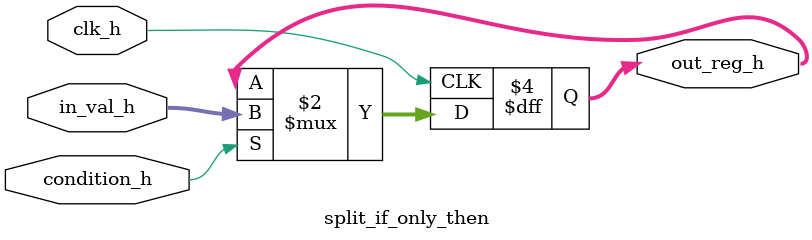
<source format=sv>
module split_if_only_then (
    input logic clk_h,
    input logic condition_h,
    input logic [7:0] in_val_h,
    output logic [7:0] out_reg_h
);
    always @(posedge clk_h) begin
        if (condition_h) begin
            out_reg_h <= in_val_h;
        end
    end
endmodule


</source>
